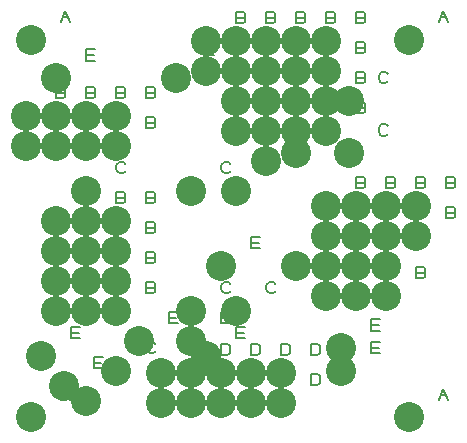
<source format=gbr>
%FSLAX23Y23*%
%MOIN*%
G04 EasyPC Gerber Version 18.0.1 Build 3581 *
%ADD12C,0.00500*%
%ADD26C,0.10000*%
X0Y0D02*
D02*
D12*
X227Y1104D02*
X233Y1101D01*
X236Y1095*
X233Y1089*
X227Y1085*
X205*
Y1123*
X227*
X233Y1120*
X236Y1114*
X233Y1107*
X227Y1104*
X205*
X227Y1204D02*
X233Y1201D01*
X236Y1195*
X233Y1189*
X227Y1185*
X205*
Y1223*
X227*
X233Y1220*
X236Y1214*
X233Y1207*
X227Y1204*
X205*
X221Y180D02*
X236Y217D01*
X252Y180*
X227Y196D02*
X246D01*
X221Y1440D02*
X236Y1477D01*
X252Y1440*
X227Y1455D02*
X246D01*
X255Y385D02*
Y423D01*
X286*
X280Y404D02*
X255D01*
Y385D02*
X286D01*
X327Y554D02*
X333Y551D01*
X336Y545*
X333Y539*
X327Y535*
X305*
Y573*
X327*
X333Y570*
X336Y564*
X333Y557*
X327Y554*
X305*
X327Y654D02*
X333Y651D01*
X336Y645*
X333Y639*
X327Y635*
X305*
Y673*
X327*
X333Y670*
X336Y664*
X333Y657*
X327Y654*
X305*
X327Y754D02*
X333Y751D01*
X336Y745*
X333Y739*
X327Y735*
X305*
Y773*
X327*
X333Y770*
X336Y764*
X333Y757*
X327Y754*
X305*
X327Y854D02*
X333Y851D01*
X336Y845*
X333Y839*
X327Y835*
X305*
Y873*
X327*
X333Y870*
X336Y864*
X333Y857*
X327Y854*
X305*
X327Y1104D02*
X333Y1101D01*
X336Y1095*
X333Y1089*
X327Y1085*
X305*
Y1123*
X327*
X333Y1120*
X336Y1114*
X333Y1107*
X327Y1104*
X305*
X327Y1204D02*
X333Y1201D01*
X336Y1195*
X333Y1189*
X327Y1185*
X305*
Y1223*
X327*
X333Y1220*
X336Y1214*
X333Y1207*
X327Y1204*
X305*
Y1310D02*
Y1348D01*
X336*
X330Y1329D02*
X305D01*
Y1310D02*
X336D01*
X330Y285D02*
Y323D01*
X361*
X355Y304D02*
X330D01*
Y285D02*
X361D01*
X436Y242D02*
X433Y239D01*
X427Y235*
X417*
X411Y239*
X408Y242*
X405Y248*
Y260*
X408Y267*
X411Y270*
X417Y273*
X427*
X433Y270*
X436Y267*
X427Y554D02*
X433Y551D01*
X436Y545*
X433Y539*
X427Y535*
X405*
Y573*
X427*
X433Y570*
X436Y564*
X433Y557*
X427Y554*
X405*
X427Y654D02*
X433Y651D01*
X436Y645*
X433Y639*
X427Y635*
X405*
Y673*
X427*
X433Y670*
X436Y664*
X433Y657*
X427Y654*
X405*
X427Y754D02*
X433Y751D01*
X436Y745*
X433Y739*
X427Y735*
X405*
Y773*
X427*
X433Y770*
X436Y764*
X433Y757*
X427Y754*
X405*
X427Y854D02*
X433Y851D01*
X436Y845*
X433Y839*
X427Y835*
X405*
Y873*
X427*
X433Y870*
X436Y864*
X433Y857*
X427Y854*
X405*
X436Y942D02*
X433Y939D01*
X427Y935*
X417*
X411Y939*
X408Y942*
X405Y948*
Y960*
X408Y967*
X411Y970*
X417Y973*
X427*
X433Y970*
X436Y967*
X427Y1104D02*
X433Y1101D01*
X436Y1095*
X433Y1089*
X427Y1085*
X405*
Y1123*
X427*
X433Y1120*
X436Y1114*
X433Y1107*
X427Y1104*
X405*
X427Y1204D02*
X433Y1201D01*
X436Y1195*
X433Y1189*
X427Y1185*
X405*
Y1223*
X427*
X433Y1220*
X436Y1214*
X433Y1207*
X427Y1204*
X405*
X536Y342D02*
X533Y339D01*
X527Y335*
X517*
X511Y339*
X508Y342*
X505Y348*
Y360*
X508Y367*
X511Y370*
X517Y373*
X527*
X533Y370*
X536Y367*
X527Y554D02*
X533Y551D01*
X536Y545*
X533Y539*
X527Y535*
X505*
Y573*
X527*
X533Y570*
X536Y564*
X533Y557*
X527Y554*
X505*
X527Y654D02*
X533Y651D01*
X536Y645*
X533Y639*
X527Y635*
X505*
Y673*
X527*
X533Y670*
X536Y664*
X533Y657*
X527Y654*
X505*
X527Y754D02*
X533Y751D01*
X536Y745*
X533Y739*
X527Y735*
X505*
Y773*
X527*
X533Y770*
X536Y764*
X533Y757*
X527Y754*
X505*
X527Y854D02*
X533Y851D01*
X536Y845*
X533Y839*
X527Y835*
X505*
Y873*
X527*
X533Y870*
X536Y864*
X533Y857*
X527Y854*
X505*
X527Y1104D02*
X533Y1101D01*
X536Y1095*
X533Y1089*
X527Y1085*
X505*
Y1123*
X527*
X533Y1120*
X536Y1114*
X533Y1107*
X527Y1104*
X505*
X527Y1204D02*
X533Y1201D01*
X536Y1195*
X533Y1189*
X527Y1185*
X505*
Y1223*
X527*
X533Y1220*
X536Y1214*
X533Y1207*
X527Y1204*
X505*
X580Y435D02*
Y473D01*
X611*
X605Y454D02*
X580D01*
Y435D02*
X611D01*
X655Y230D02*
Y267D01*
X674*
X680Y264*
X683Y261*
X686Y255*
Y242*
X683Y236*
X680Y233*
X674Y230*
X655*
Y330D02*
Y367D01*
X674*
X680Y364*
X683Y361*
X686Y355*
Y342*
X683Y336*
X680Y333*
X674Y330*
X655*
X705Y1310D02*
Y1348D01*
X736*
X730Y1329D02*
X705D01*
Y1310D02*
X736D01*
X755Y230D02*
Y267D01*
X774*
X780Y264*
X783Y261*
X786Y255*
Y242*
X783Y236*
X780Y233*
X774Y230*
X755*
Y330D02*
Y367D01*
X774*
X780Y364*
X783Y361*
X786Y355*
Y342*
X783Y336*
X780Y333*
X774Y330*
X755*
Y435D02*
Y473D01*
X786*
X780Y454D02*
X755D01*
Y435D02*
X786D01*
Y542D02*
X783Y539D01*
X777Y535*
X767*
X761Y539*
X758Y542*
X755Y548*
Y560*
X758Y567*
X761Y570*
X767Y573*
X777*
X783Y570*
X786Y567*
Y942D02*
X783Y939D01*
X777Y935*
X767*
X761Y939*
X758Y942*
X755Y948*
Y960*
X758Y967*
X761Y970*
X767Y973*
X777*
X783Y970*
X786Y967*
X805Y385D02*
Y423D01*
X836*
X830Y404D02*
X805D01*
Y385D02*
X836D01*
X827Y1354D02*
X833Y1351D01*
X836Y1345*
X833Y1339*
X827Y1335*
X805*
Y1373*
X827*
X833Y1370*
X836Y1364*
X833Y1357*
X827Y1354*
X805*
X827Y1454D02*
X833Y1451D01*
X836Y1445*
X833Y1439*
X827Y1435*
X805*
Y1473*
X827*
X833Y1470*
X836Y1464*
X833Y1457*
X827Y1454*
X805*
X855Y230D02*
Y267D01*
X874*
X880Y264*
X883Y261*
X886Y255*
Y242*
X883Y236*
X880Y233*
X874Y230*
X855*
Y330D02*
Y367D01*
X874*
X880Y364*
X883Y361*
X886Y355*
Y342*
X883Y336*
X880Y333*
X874Y330*
X855*
Y685D02*
Y723D01*
X886*
X880Y704D02*
X855D01*
Y685D02*
X886D01*
X936Y542D02*
X933Y539D01*
X927Y535*
X917*
X911Y539*
X908Y542*
X905Y548*
Y560*
X908Y567*
X911Y570*
X917Y573*
X927*
X933Y570*
X936Y567*
Y942D02*
X933Y939D01*
X927Y935*
X917*
X911Y939*
X908Y942*
X905Y948*
Y960*
X908Y967*
X911Y970*
X917Y973*
X927*
X933Y970*
X936Y967*
X927Y1154D02*
X933Y1151D01*
X936Y1145*
X933Y1139*
X927Y1135*
X905*
Y1173*
X927*
X933Y1170*
X936Y1164*
X933Y1157*
X927Y1154*
X905*
X927Y1254D02*
X933Y1251D01*
X936Y1245*
X933Y1239*
X927Y1235*
X905*
Y1273*
X927*
X933Y1270*
X936Y1264*
X933Y1257*
X927Y1254*
X905*
X927Y1354D02*
X933Y1351D01*
X936Y1345*
X933Y1339*
X927Y1335*
X905*
Y1373*
X927*
X933Y1370*
X936Y1364*
X933Y1357*
X927Y1354*
X905*
X927Y1454D02*
X933Y1451D01*
X936Y1445*
X933Y1439*
X927Y1435*
X905*
Y1473*
X927*
X933Y1470*
X936Y1464*
X933Y1457*
X927Y1454*
X905*
X955Y230D02*
Y267D01*
X974*
X980Y264*
X983Y261*
X986Y255*
Y242*
X983Y236*
X980Y233*
X974Y230*
X955*
Y330D02*
Y367D01*
X974*
X980Y364*
X983Y361*
X986Y355*
Y342*
X983Y336*
X980Y333*
X974Y330*
X955*
X1005Y1035D02*
Y1073D01*
X1036*
X1030Y1054D02*
X1005D01*
Y1035D02*
X1036D01*
X1027Y1154D02*
X1033Y1151D01*
X1036Y1145*
X1033Y1139*
X1027Y1135*
X1005*
Y1173*
X1027*
X1033Y1170*
X1036Y1164*
X1033Y1157*
X1027Y1154*
X1005*
X1027Y1254D02*
X1033Y1251D01*
X1036Y1245*
X1033Y1239*
X1027Y1235*
X1005*
Y1273*
X1027*
X1033Y1270*
X1036Y1264*
X1033Y1257*
X1027Y1254*
X1005*
X1027Y1354D02*
X1033Y1351D01*
X1036Y1345*
X1033Y1339*
X1027Y1335*
X1005*
Y1373*
X1027*
X1033Y1370*
X1036Y1364*
X1033Y1357*
X1027Y1354*
X1005*
X1027Y1454D02*
X1033Y1451D01*
X1036Y1445*
X1033Y1439*
X1027Y1435*
X1005*
Y1473*
X1027*
X1033Y1470*
X1036Y1464*
X1033Y1457*
X1027Y1454*
X1005*
X1055Y230D02*
Y267D01*
X1074*
X1080Y264*
X1083Y261*
X1086Y255*
Y242*
X1083Y236*
X1080Y233*
X1074Y230*
X1055*
Y330D02*
Y367D01*
X1074*
X1080Y364*
X1083Y361*
X1086Y355*
Y342*
X1083Y336*
X1080Y333*
X1074Y330*
X1055*
X1136Y692D02*
X1133Y689D01*
X1127Y685*
X1117*
X1111Y689*
X1108Y692*
X1105Y698*
Y710*
X1108Y717*
X1111Y720*
X1117Y723*
X1127*
X1133Y720*
X1136Y717*
Y1067D02*
X1133Y1064D01*
X1127Y1060*
X1117*
X1111Y1064*
X1108Y1067*
X1105Y1073*
Y1085*
X1108Y1092*
X1111Y1095*
X1117Y1098*
X1127*
X1133Y1095*
X1136Y1092*
X1127Y1154D02*
X1133Y1151D01*
X1136Y1145*
X1133Y1139*
X1127Y1135*
X1105*
Y1173*
X1127*
X1133Y1170*
X1136Y1164*
X1133Y1157*
X1127Y1154*
X1105*
X1127Y1254D02*
X1133Y1251D01*
X1136Y1245*
X1133Y1239*
X1127Y1235*
X1105*
Y1273*
X1127*
X1133Y1270*
X1136Y1264*
X1133Y1257*
X1127Y1254*
X1105*
X1127Y1354D02*
X1133Y1351D01*
X1136Y1345*
X1133Y1339*
X1127Y1335*
X1105*
Y1373*
X1127*
X1133Y1370*
X1136Y1364*
X1133Y1357*
X1127Y1354*
X1105*
X1127Y1454D02*
X1133Y1451D01*
X1136Y1445*
X1133Y1439*
X1127Y1435*
X1105*
Y1473*
X1127*
X1133Y1470*
X1136Y1464*
X1133Y1457*
X1127Y1454*
X1105*
X1227Y604D02*
X1233Y601D01*
X1236Y595*
X1233Y589*
X1227Y585*
X1205*
Y623*
X1227*
X1233Y620*
X1236Y614*
X1233Y607*
X1227Y604*
X1205*
X1227Y704D02*
X1233Y701D01*
X1236Y695*
X1233Y689*
X1227Y685*
X1205*
Y723*
X1227*
X1233Y720*
X1236Y714*
X1233Y707*
X1227Y704*
X1205*
X1227Y804D02*
X1233Y801D01*
X1236Y795*
X1233Y789*
X1227Y785*
X1205*
Y823*
X1227*
X1233Y820*
X1236Y814*
X1233Y807*
X1227Y804*
X1205*
X1227Y904D02*
X1233Y901D01*
X1236Y895*
X1233Y889*
X1227Y885*
X1205*
Y923*
X1227*
X1233Y920*
X1236Y914*
X1233Y907*
X1227Y904*
X1205*
X1227Y1154D02*
X1233Y1151D01*
X1236Y1145*
X1233Y1139*
X1227Y1135*
X1205*
Y1173*
X1227*
X1233Y1170*
X1236Y1164*
X1233Y1157*
X1227Y1154*
X1205*
X1227Y1254D02*
X1233Y1251D01*
X1236Y1245*
X1233Y1239*
X1227Y1235*
X1205*
Y1273*
X1227*
X1233Y1270*
X1236Y1264*
X1233Y1257*
X1227Y1254*
X1205*
X1227Y1354D02*
X1233Y1351D01*
X1236Y1345*
X1233Y1339*
X1227Y1335*
X1205*
Y1373*
X1227*
X1233Y1370*
X1236Y1364*
X1233Y1357*
X1227Y1354*
X1205*
X1227Y1454D02*
X1233Y1451D01*
X1236Y1445*
X1233Y1439*
X1227Y1435*
X1205*
Y1473*
X1227*
X1233Y1470*
X1236Y1464*
X1233Y1457*
X1227Y1454*
X1205*
X1255Y335D02*
Y373D01*
X1286*
X1280Y354D02*
X1255D01*
Y335D02*
X1286D01*
X1255Y410D02*
Y448D01*
X1286*
X1280Y429D02*
X1255D01*
Y410D02*
X1286D01*
X1311Y1067D02*
X1308Y1064D01*
X1302Y1060*
X1292*
X1286Y1064*
X1283Y1067*
X1280Y1073*
Y1085*
X1283Y1092*
X1286Y1095*
X1292Y1098*
X1302*
X1308Y1095*
X1311Y1092*
Y1242D02*
X1308Y1239D01*
X1302Y1235*
X1292*
X1286Y1239*
X1283Y1242*
X1280Y1248*
Y1260*
X1283Y1267*
X1286Y1270*
X1292Y1273*
X1302*
X1308Y1270*
X1311Y1267*
X1327Y604D02*
X1333Y601D01*
X1336Y595*
X1333Y589*
X1327Y585*
X1305*
Y623*
X1327*
X1333Y620*
X1336Y614*
X1333Y607*
X1327Y604*
X1305*
X1327Y704D02*
X1333Y701D01*
X1336Y695*
X1333Y689*
X1327Y685*
X1305*
Y723*
X1327*
X1333Y720*
X1336Y714*
X1333Y707*
X1327Y704*
X1305*
X1327Y804D02*
X1333Y801D01*
X1336Y795*
X1333Y789*
X1327Y785*
X1305*
Y823*
X1327*
X1333Y820*
X1336Y814*
X1333Y807*
X1327Y804*
X1305*
X1327Y904D02*
X1333Y901D01*
X1336Y895*
X1333Y889*
X1327Y885*
X1305*
Y923*
X1327*
X1333Y920*
X1336Y914*
X1333Y907*
X1327Y904*
X1305*
X1427Y604D02*
X1433Y601D01*
X1436Y595*
X1433Y589*
X1427Y585*
X1405*
Y623*
X1427*
X1433Y620*
X1436Y614*
X1433Y607*
X1427Y604*
X1405*
X1427Y704D02*
X1433Y701D01*
X1436Y695*
X1433Y689*
X1427Y685*
X1405*
Y723*
X1427*
X1433Y720*
X1436Y714*
X1433Y707*
X1427Y704*
X1405*
X1427Y804D02*
X1433Y801D01*
X1436Y795*
X1433Y789*
X1427Y785*
X1405*
Y823*
X1427*
X1433Y820*
X1436Y814*
X1433Y807*
X1427Y804*
X1405*
X1427Y904D02*
X1433Y901D01*
X1436Y895*
X1433Y889*
X1427Y885*
X1405*
Y923*
X1427*
X1433Y920*
X1436Y914*
X1433Y907*
X1427Y904*
X1405*
X1480Y180D02*
X1496Y217D01*
X1512Y180*
X1487Y196D02*
X1505D01*
X1480Y1440D02*
X1496Y1477D01*
X1512Y1440*
X1487Y1455D02*
X1505D01*
X1527Y804D02*
X1533Y801D01*
X1536Y795*
X1533Y789*
X1527Y785*
X1505*
Y823*
X1527*
X1533Y820*
X1536Y814*
X1533Y807*
X1527Y804*
X1505*
X1527Y904D02*
X1533Y901D01*
X1536Y895*
X1533Y889*
X1527Y885*
X1505*
Y923*
X1527*
X1533Y920*
X1536Y914*
X1533Y907*
X1527Y904*
X1505*
D02*
D26*
X105Y1026D03*
Y1126D03*
X121Y121D03*
Y1380D03*
X155Y326D03*
X205Y476D03*
Y576D03*
Y676D03*
Y776D03*
Y1026D03*
Y1126D03*
Y1251D03*
X230Y226D03*
X305Y176D03*
Y476D03*
Y576D03*
Y676D03*
Y776D03*
Y876D03*
Y1026D03*
Y1126D03*
X405Y276D03*
Y476D03*
Y576D03*
Y676D03*
Y776D03*
Y1026D03*
Y1126D03*
X480Y376D03*
X555Y170D03*
Y270D03*
X605Y1251D03*
X655Y170D03*
Y270D03*
Y376D03*
Y476D03*
Y876D03*
X705Y326D03*
Y1276D03*
Y1376D03*
X755Y170D03*
Y270D03*
Y626D03*
X805Y476D03*
Y876D03*
Y1076D03*
Y1176D03*
Y1276D03*
Y1376D03*
X855Y170D03*
Y270D03*
X905Y976D03*
Y1076D03*
Y1176D03*
Y1276D03*
Y1376D03*
X955Y170D03*
Y270D03*
X1005Y626D03*
Y1001D03*
Y1076D03*
Y1176D03*
Y1276D03*
Y1376D03*
X1105Y526D03*
Y626D03*
Y726D03*
Y826D03*
Y1076D03*
Y1176D03*
Y1276D03*
Y1376D03*
X1155Y276D03*
Y351D03*
X1180Y1001D03*
Y1176D03*
X1205Y526D03*
Y626D03*
Y726D03*
Y826D03*
X1305Y526D03*
Y626D03*
Y726D03*
Y826D03*
X1380Y121D03*
Y1380D03*
X1405Y726D03*
Y826D03*
X0Y0D02*
M02*

</source>
